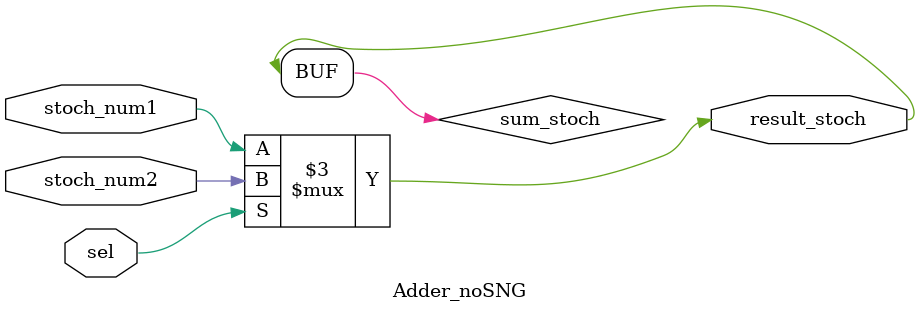
<source format=sv>


module Adder_noSNG(
    input sel,
    input stoch_num1,
    input stoch_num2,
    output result_stoch
    );

    reg sum_stoch;

    // Multiplexer with two inputs - combinational
    always @(*) begin
        if (sel)
            sum_stoch = stoch_num2;    // sel = 1
        else
            sum_stoch = stoch_num1;    // sel = 0
    end

    assign result_stoch = sum_stoch;

endmodule

</source>
